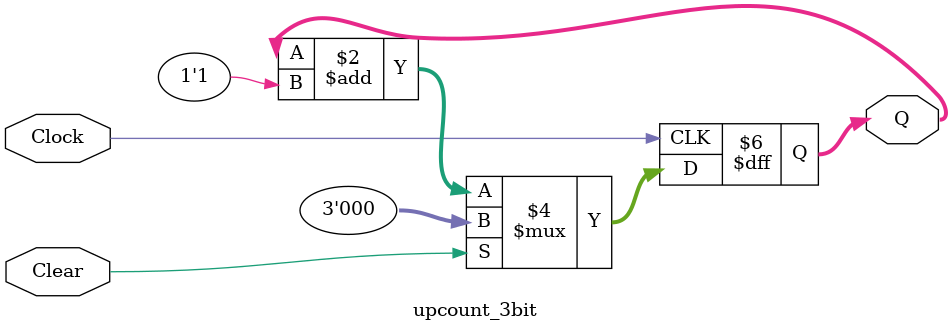
<source format=v>
module upcount_3bit (Clear, Clock, Q);
	input Clear, Clock;
	output reg [2 : 0] Q;
	
	always @(posedge Clock)
		if (Clear)
			Q <= 3'b0;
		else 
			Q <= Q + 1'b1; 
endmodule 

</source>
